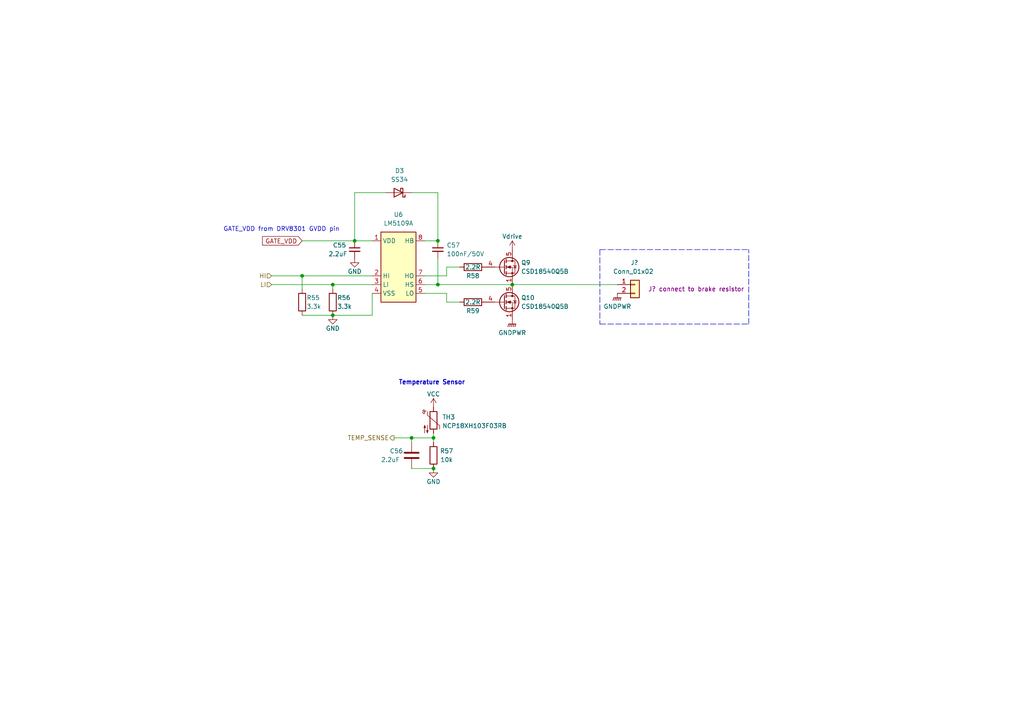
<source format=kicad_sch>
(kicad_sch (version 20211123) (generator eeschema)
  (paper "A4")
  (lib_symbols
    (symbol "Connector_Generic:Conn_01x02" (pin_names (offset 1.016) hide)
      (property "Reference" "J" (at 0 2.54 0))
      (property "Value" "Conn_01x02" (at 0 -5.08 0))
      (symbol "Conn_01x02_1_1"
        (rectangle (start -1.27 -2.413) (end 0 -2.667) (stroke (width 0.1524)))
        (rectangle (start -1.27 0.127) (end 0 -0.127) (stroke (width 0.1524)))
        (rectangle (start -1.27 1.27) (end 1.27 -3.81) (stroke (width 0.254)) (fill (type background)))
        (pin passive line (at -5.08 0 0) (length 3.81) (name "Pin_1") (number "1"))
        (pin passive line (at -5.08 -2.54 0) (length 3.81) (name "Pin_2") (number "2"))
      )
    )
    (symbol "Device:C" (pin_numbers hide) (pin_names (offset 0.254))
      (property "Reference" "C" (at 0.635 2.54 0))
      (property "Value" "C" (at 0.635 -2.54 0))
      (symbol "C_0_1"
        (polyline (pts (xy -2.032 -0.762) (xy 2.032 -0.762)) (stroke (width 0.508)))
        (polyline (pts (xy -2.032 0.762) (xy 2.032 0.762)) (stroke (width 0.508)))
      )
      (symbol "C_1_1"
        (pin passive line (at 0 3.81 270) (length 2.794) (name "~") (number "1"))
        (pin passive line (at 0 -3.81 90) (length 2.794) (name "~") (number "2"))
      )
    )
    (symbol "Device:C_Small" (pin_numbers hide) (pin_names (offset 0.254) hide)
      (property "Reference" "C" (at 0.254 1.778 0))
      (property "Value" "C_Small" (at 0.254 -2.032 0))
      (symbol "C_Small_0_1"
        (polyline (pts (xy -1.524 -0.508) (xy 1.524 -0.508)) (stroke (width 0.3302)))
        (polyline (pts (xy -1.524 0.508) (xy 1.524 0.508)) (stroke (width 0.3048)))
      )
      (symbol "C_Small_1_1"
        (pin passive line (at 0 2.54 270) (length 2.032) (name "~") (number "1"))
        (pin passive line (at 0 -2.54 90) (length 2.032) (name "~") (number "2"))
      )
    )
    (symbol "Device:R" (pin_numbers hide) (pin_names (offset 0))
      (property "Reference" "R" (at 2.032 0 90))
      (property "Value" "R" (at 0 0 90))
      (symbol "R_0_1"
        (rectangle (start -1.016 -2.54) (end 1.016 2.54) (stroke (width 0.254)))
      )
      (symbol "R_1_1"
        (pin passive line (at 0 3.81 270) (length 1.27) (name "~") (number "1"))
        (pin passive line (at 0 -3.81 90) (length 1.27) (name "~") (number "2"))
      )
    )
    (symbol "Device:Thermistor_NTC" (pin_numbers hide) (pin_names (offset 0))
      (property "Reference" "TH" (at -4.445 0 90))
      (property "Value" "Thermistor_NTC" (at 3.175 0 90))
      (symbol "Thermistor_NTC_0_1"
        (arc (start -3.048 2.159) (mid -3.0495 2.3143) (end -3.175 2.413))
        (arc (start -3.048 2.159) (mid -2.9736 1.9794) (end -2.794 1.905))
        (arc (start -3.048 2.794) (mid -2.9736 2.6144) (end -2.794 2.54))
        (arc (start -2.794 1.905) (mid -2.6144 1.9794) (end -2.54 2.159))
        (arc (start -2.794 2.54) (mid -2.4393 2.5587) (end -2.159 2.794))
        (arc (start -2.794 3.048) (mid -2.9736 2.9736) (end -3.048 2.794))
        (arc (start -2.54 2.794) (mid -2.6144 2.9736) (end -2.794 3.048))
        (rectangle (start -1.016 2.54) (end 1.016 -2.54) (stroke (width 0.254)))
        (polyline (pts (xy -2.54 2.159) (xy -2.54 2.794)))
        (polyline (pts (xy -1.778 2.54) (xy -1.778 1.524) (xy 1.778 -1.524) (xy 1.778 -2.54)))
        (polyline (pts (xy -2.54 -3.683) (xy -2.54 -1.397) (xy -2.794 -2.159) (xy -2.286 -2.159) (xy -2.54 -1.397) (xy -2.54 -1.651)) (fill (type outline)))
        (polyline (pts (xy -1.778 -1.397) (xy -1.778 -3.683) (xy -2.032 -2.921) (xy -1.524 -2.921) (xy -1.778 -3.683) (xy -1.778 -3.429)) (fill (type outline)))
      )
      (symbol "Thermistor_NTC_1_1"
        (pin passive line (at 0 3.81 270) (length 1.27) (name "~") (number "1"))
        (pin passive line (at 0 -3.81 90) (length 1.27) (name "~") (number "2"))
      )
    )
    (symbol "Diode:MBR340" (pin_numbers hide) (pin_names (offset 1.016) hide)
      (property "Reference" "D" (at 0 2.54 0))
      (property "Value" "MBR340" (at 0 -2.54 0))
      (symbol "MBR340_0_1"
        (polyline (pts (xy 1.27 0) (xy -1.27 0)))
        (polyline (pts (xy 1.27 1.27) (xy 1.27 -1.27) (xy -1.27 0) (xy 1.27 1.27)) (stroke (width 0.254)))
        (polyline (pts (xy -1.905 0.635) (xy -1.905 1.27) (xy -1.27 1.27) (xy -1.27 -1.27) (xy -0.635 -1.27) (xy -0.635 -0.635)) (stroke (width 0.254)))
      )
      (symbol "MBR340_1_1"
        (pin passive line (at -3.81 0 0) (length 2.54) (name "K") (number "1"))
        (pin passive line (at 3.81 0 180) (length 2.54) (name "A") (number "2"))
      )
    )
    (symbol "Driver_FET:LM5109MA"
      (property "Reference" "U" (at 0 13.97 0))
      (property "Value" "LM5109MA" (at 0 11.43 0))
      (symbol "LM5109MA_0_1"
        (rectangle (start -5.08 -10.16) (end 5.08 10.16) (stroke (width 0.254)) (fill (type background)))
      )
      (symbol "LM5109MA_1_1"
        (pin power_in line (at -7.62 7.62 0) (length 2.54) (name "VDD") (number "1"))
        (pin input line (at -7.62 -2.54 0) (length 2.54) (name "HI") (number "2"))
        (pin input line (at -7.62 -5.08 0) (length 2.54) (name "LI") (number "3"))
        (pin power_in line (at -7.62 -7.62 0) (length 2.54) (name "VSS") (number "4"))
        (pin output line (at 7.62 -7.62 180) (length 2.54) (name "LO") (number "5"))
        (pin passive line (at 7.62 -5.08 180) (length 2.54) (name "HS") (number "6"))
        (pin output line (at 7.62 -2.54 180) (length 2.54) (name "HO") (number "7"))
        (pin passive line (at 7.62 7.62 180) (length 2.54) (name "HB") (number "8"))
      )
    )
    (symbol "Transistor_FET:CSD18540Q5B" (pin_names hide)
      (property "Reference" "Q" (at 5.08 1.905 0))
      (property "Value" "CSD18540Q5B" (at 5.08 0 0))
      (symbol "CSD18540Q5B_0_1"
        (polyline (pts (xy 0.254 0) (xy -2.54 0)))
        (polyline (pts (xy 0.254 1.905) (xy 0.254 -1.905)) (stroke (width 0.254)))
        (polyline (pts (xy 0.762 -1.27) (xy 0.762 -2.286)) (stroke (width 0.254)))
        (polyline (pts (xy 0.762 0.508) (xy 0.762 -0.508)) (stroke (width 0.254)))
        (polyline (pts (xy 0.762 2.286) (xy 0.762 1.27)) (stroke (width 0.254)))
        (polyline (pts (xy 2.54 2.54) (xy 2.54 1.778)))
        (polyline (pts (xy 2.54 -2.54) (xy 2.54 0) (xy 0.762 0)))
        (polyline (pts (xy 0.762 -1.778) (xy 3.302 -1.778) (xy 3.302 1.778) (xy 0.762 1.778)))
        (polyline (pts (xy 1.016 0) (xy 2.032 0.381) (xy 2.032 -0.381) (xy 1.016 0)) (fill (type outline)))
        (polyline (pts (xy 2.794 0.508) (xy 2.921 0.381) (xy 3.683 0.381) (xy 3.81 0.254)))
        (polyline (pts (xy 3.302 0.381) (xy 2.921 -0.254) (xy 3.683 -0.254) (xy 3.302 0.381)))
        (circle (center 1.651 0) (radius 2.794) (stroke (width 0.254)))
        (circle (center 2.54 -1.778) (radius 0.254) (fill (type outline)))
        (circle (center 2.54 1.778) (radius 0.254) (fill (type outline)))
      )
      (symbol "CSD18540Q5B_1_1"
        (pin passive line (at 2.54 -5.08 90) (length 2.54) (name "S") (number "1"))
        (pin passive line (at 2.54 -5.08 90) (length 2.54) hide (name "S") (number "2"))
        (pin passive line (at 2.54 -5.08 90) (length 2.54) hide (name "S") (number "3"))
        (pin passive line (at -5.08 0 0) (length 2.54) (name "G") (number "4"))
        (pin passive line (at 2.54 5.08 270) (length 2.54) (name "D") (number "5"))
      )
    )
    (symbol "power:GND" (power) (pin_names (offset 0))
      (property "Value" "GND" (at 0 -3.81 0))
      (symbol "GND_0_1"
        (polyline (pts (xy 0 0) (xy 0 -1.27) (xy 1.27 -1.27) (xy 0 -2.54) (xy -1.27 -1.27) (xy 0 -1.27)))
      )
      (symbol "GND_1_1"
        (pin power_in line (at 0 0 270) (length 0) hide (name "GND") (number "1"))
      )
    )
    (symbol "power:GNDPWR" (power) (pin_names (offset 0))
      (property "Value" "GNDPWR" (at 0 -3.302 0))
      (symbol "GNDPWR_0_1"
        (polyline (pts (xy 0 -1.27) (xy 0 0)))
        (polyline (pts (xy -1.016 -1.27) (xy -1.27 -2.032) (xy -1.27 -2.032)) (stroke (width 0.2032)))
        (polyline (pts (xy -0.508 -1.27) (xy -0.762 -2.032) (xy -0.762 -2.032)) (stroke (width 0.2032)))
        (polyline (pts (xy 0 -1.27) (xy -0.254 -2.032) (xy -0.254 -2.032)) (stroke (width 0.2032)))
        (polyline (pts (xy 0.508 -1.27) (xy 0.254 -2.032) (xy 0.254 -2.032)) (stroke (width 0.2032)))
        (polyline (pts (xy 1.016 -1.27) (xy -1.016 -1.27) (xy -1.016 -1.27)) (stroke (width 0.2032)))
        (polyline (pts (xy 1.016 -1.27) (xy 0.762 -2.032) (xy 0.762 -2.032) (xy 0.762 -2.032)) (stroke (width 0.2032)))
      )
      (symbol "GNDPWR_1_1"
        (pin power_in line (at 0 0 270) (length 0) hide (name "GNDPWR") (number "1"))
      )
    )
    (symbol "power:VCC" (power) (pin_names (offset 0))
      (property "Value" "VCC" (at 0 3.81 0))
      (symbol "VCC_0_1"
        (polyline (pts (xy -0.762 1.27) (xy 0 2.54)))
        (polyline (pts (xy 0 0) (xy 0 2.54)))
        (polyline (pts (xy 0 2.54) (xy 0.762 1.27)))
      )
      (symbol "VCC_1_1"
        (pin power_in line (at 0 0 90) (length 0) hide (name "VCC") (number "1"))
      )
    )
    (symbol "power:Vdrive" (power) (pin_names (offset 0))
      (property "Value" "Vdrive" (at 0 3.81 0))
      (symbol "Vdrive_0_1"
        (polyline (pts (xy -0.762 1.27) (xy 0 2.54)))
        (polyline (pts (xy 0 0) (xy 0 2.54)))
        (polyline (pts (xy 0 2.54) (xy 0.762 1.27)))
      )
      (symbol "Vdrive_1_1"
        (pin power_in line (at 0 0 90) (length 0) hide (name "Vdrive") (number "1"))
      )
    )
  )
  (junction (at 127 69.85))
  (junction (at 119.38 127))
  (junction (at 96.52 91.44))
  (junction (at 87.63 80.01))
  (junction (at 96.52 82.55))
  (junction (at 125.73 135.89))
  (junction (at 102.87 69.85))
  (junction (at 148.59 82.55))
  (junction (at 125.73 127))
  (junction (at 127 82.55))
  (polyline (pts (xy 217.17 93.98) (xy 217.17 72.39)))
  (wire (pts (xy 78.74 82.55) (xy 96.52 82.55)))
  (wire (pts (xy 111.76 55.88) (xy 102.87 55.88)))
  (wire (pts (xy 78.74 80.01) (xy 87.63 80.01)))
  (wire (pts (xy 119.38 127) (xy 125.73 127)))
  (wire (pts (xy 148.59 82.55) (xy 179.07 82.55)))
  (wire (pts (xy 119.38 55.88) (xy 127 55.88)))
  (wire (pts (xy 119.38 127) (xy 119.38 128.27)))
  (wire (pts (xy 123.19 85.09) (xy 129.54 85.09)))
  (wire (pts (xy 127 82.55) (xy 127 74.93)))
  (wire (pts (xy 127 82.55) (xy 148.59 82.55)))
  (wire (pts (xy 96.52 91.44) (xy 87.63 91.44)))
  (wire (pts (xy 96.52 82.55) (xy 96.52 83.82)))
  (wire (pts (xy 123.19 80.01) (xy 129.54 80.01)))
  (wire (pts (xy 119.38 135.89) (xy 125.73 135.89)))
  (polyline (pts (xy 173.99 72.39) (xy 173.99 93.98)))
  (wire (pts (xy 129.54 77.47) (xy 133.35 77.47)))
  (wire (pts (xy 129.54 87.63) (xy 133.35 87.63)))
  (wire (pts (xy 129.54 85.09) (xy 129.54 87.63)))
  (wire (pts (xy 129.54 80.01) (xy 129.54 77.47)))
  (wire (pts (xy 127 69.85) (xy 123.19 69.85)))
  (wire (pts (xy 114.3 127) (xy 119.38 127)))
  (wire (pts (xy 125.73 127) (xy 125.73 128.27)))
  (wire (pts (xy 102.87 55.88) (xy 102.87 69.85)))
  (wire (pts (xy 123.19 82.55) (xy 127 82.55)))
  (wire (pts (xy 87.63 69.85) (xy 102.87 69.85)))
  (wire (pts (xy 87.63 80.01) (xy 87.63 83.82)))
  (wire (pts (xy 87.63 80.01) (xy 107.95 80.01)))
  (polyline (pts (xy 173.99 93.98) (xy 217.17 93.98)))
  (wire (pts (xy 107.95 85.09) (xy 107.95 91.44)))
  (wire (pts (xy 96.52 82.55) (xy 107.95 82.55)))
  (wire (pts (xy 125.73 127) (xy 125.73 125.73)))
  (wire (pts (xy 127 55.88) (xy 127 69.85)))
  (wire (pts (xy 96.52 91.44) (xy 107.95 91.44)))
  (wire (pts (xy 102.87 69.85) (xy 107.95 69.85)))
  (polyline (pts (xy 173.99 72.39) (xy 217.17 72.39)))
  (text "Temperature Sensor" (at 115.57 111.76 0) (effects (font (size 1.27 1.27) (thickness 0.254) bold) (justify left bottom)))
  (text "GATE_VDD from DRV8301 GVDD pin" (at 64.77 67.31 0) (effects (font (size 1.27 1.27)) (justify left bottom)))
  (global_label "GATE_VDD" (shape input) (at 87.63 69.85 180) (property "Intersheet References" "${INTERSHEET_REFS}" (effects hide)))
  (hierarchical_label "TEMP_SENSE" (shape output) (at 114.3 127 180))
  (hierarchical_label "LI" (shape input) (at 78.74 82.55 180))
  (hierarchical_label "HI" (shape input) (at 78.74 80.01 180))
  (symbol (lib_id "Transistor_FET:CSD18540Q5B") (at 146.05 77.47 0) (unit 1)
    (property "Reference" "Q9" (at 151.13 76.2 0) (effects (justify left)))
    (property "Value" "CSD18540Q5B" (at 151.13 78.74 0) (effects (justify left)))
    (property "Footprint" "Package_TO_SOT_SMD:TDSON-8-1" (effects hide))
    (property "Datasheet" "http://www.ti.com/lit/gpn/csd18540q5b" (effects hide))
    (property "JLCPCB Part #" "C86513" (effects hide))
    (property "MFR.Part #" "CSD18540Q5B" (effects hide))
  )
  (symbol (lib_id "power:GND") (at 102.87 74.93 0) (unit 1)
    (property "Reference" "#PWR0107" (effects hide))
    (property "Value" "GND" (at 102.87 78.74 0))
  )
  (symbol (lib_id "Device:C_Small") (at 102.87 72.39 0) (unit 1)
    (property "Reference" "C55" (at 96.52 71.12 0) (effects (justify left)))
    (property "Value" "2.2uF" (at 95.25 73.66 0) (effects (justify left)))
    (property "Footprint" "Capacitor_SMD:C_0402_1005Metric" (effects hide))
    (property "JLCPCB Part #" "C501836" (effects hide))
    (property "MFR.Part #" "0402X225K160NT" (effects hide))
  )
  (symbol (lib_id "Device:R") (at 137.16 87.63 270) (unit 1)
    (property "Reference" "R59" (at 137.16 90.17 90))
    (property "Value" "2.2R" (at 137.16 87.63 90))
    (property "Footprint" "Resistor_SMD:R_0603_1608Metric" (effects hide))
    (property "JLCPCB Part #" "C25226" (effects hide))
    (property "MFR.Part #" "0603WAJ022JT5E" (effects hide))
  )
  (symbol (lib_id "Device:C") (at 119.38 132.08 0) (unit 1)
    (property "Reference" "C56" (at 113.03 130.81 0) (effects (justify left)))
    (property "Value" "2.2uF" (at 110.49 133.35 0) (effects (justify left)))
    (property "Footprint" "Capacitor_SMD:C_0402_1005Metric" (effects hide))
    (property "JLCPCB Part #" "C501836" (effects hide))
    (property "MFR.Part #" "0402X225K160NT" (effects hide))
  )
  (symbol (lib_id "Device:R") (at 96.52 87.63 0) (unit 1)
    (property "Reference" "R56" (at 97.79 86.36 0) (effects (justify left)))
    (property "Value" "3.3k" (at 97.79 88.9 0) (effects (justify left)))
    (property "Footprint" "Resistor_SMD:R_0402_1005Metric" (effects hide))
    (property "JLCPCB Part #" "C25890" (effects hide))
    (property "MFR.Part #" "0402WGF3301TCE" (effects hide))
  )
  (symbol (lib_id "power:GNDPWR") (at 148.59 92.71 0) (unit 1)
    (property "Reference" "#PWR0111" (effects hide))
    (property "Value" "GNDPWR" (at 148.59 96.52 0))
  )
  (symbol (lib_id "power:VCC") (at 125.73 118.11 0) (unit 1)
    (property "Reference" "#PWR0108" (effects hide))
    (property "Value" "VCC" (at 125.73 114.3 0))
  )
  (symbol (lib_id "Transistor_FET:CSD18540Q5B") (at 146.05 87.63 0) (unit 1)
    (property "Reference" "Q10" (at 151.13 86.36 0) (effects (justify left)))
    (property "Value" "CSD18540Q5B" (at 151.13 88.9 0) (effects (justify left)))
    (property "Footprint" "Package_TO_SOT_SMD:TDSON-8-1" (effects hide))
    (property "Datasheet" "http://www.ti.com/lit/gpn/csd18540q5b" (effects hide))
    (property "JLCPCB Part #" "C86513" (effects hide))
    (property "MFR.Part #" "CSD18540Q5B" (effects hide))
  )
  (symbol (lib_id "Driver_FET:LM5109MA") (at 115.57 77.47 0) (unit 1)
    (property "Reference" "U6" (at 115.57 62.23 0))
    (property "Value" "LM5109A" (at 115.57 64.77 0))
    (property "Footprint" "Package_SO:SOIC-8_3.9x4.9mm_P1.27mm" (effects hide))
    (property "Datasheet" "http://www.ti.com/lit/ds/symlink/lm5109.pdf" (effects hide))
    (property "JLCPCB Part #" "C129332" (effects hide))
    (property "MFR.Part #" "LM5109AMAX/NOPB" (effects hide))
  )
  (symbol (lib_id "Connector_Generic:Conn_01x02") (at 184.15 82.55 0) (unit 1)
    (property "Reference" "J?" (at 182.88 76.2 0) (effects (justify left)))
    (property "Value" "Conn_01x02" (at 177.8 78.74 0) (effects (justify left)))
    (property "Footprint" "Connector_Phoenix_GMSTB:PhoenixContact_GMSTBA_2,5_2-G-7,62_1x02_P7.62mm_Horizontal" (effects hide))
    (property "Note" "${REFERENCE} connect to brake resistor" (at 201.93 83.82 0))
  )
  (symbol (lib_id "Device:C_Small") (at 127 72.39 0) (unit 1)
    (property "Reference" "C57" (at 129.54 71.1262 0) (effects (justify left)))
    (property "Value" "100nF/50V" (at 129.54 73.66 0) (effects (justify left)))
    (property "Footprint" "Capacitor_SMD:C_0603_1608Metric" (effects hide))
    (property "JLCPCB Part #" "C14663" (effects hide))
    (property "MFR.Part #" "CC0603KRX7R9BB104" (effects hide))
  )
  (symbol (lib_id "Device:R") (at 137.16 77.47 270) (unit 1)
    (property "Reference" "R58" (at 137.16 80.01 90))
    (property "Value" "2.2R" (at 137.16 77.47 90))
    (property "Footprint" "Resistor_SMD:R_0603_1608Metric" (effects hide))
    (property "JLCPCB Part #" "C25226" (effects hide))
    (property "MFR.Part #" "0603WAJ022JT5E" (effects hide))
  )
  (symbol (lib_id "power:GND") (at 96.52 91.44 0) (unit 1)
    (property "Reference" "#PWR0106" (effects hide))
    (property "Value" "GND" (at 96.52 95.25 0))
  )
  (symbol (lib_id "power:Vdrive") (at 148.59 72.39 0) (unit 1)
    (property "Reference" "#PWR0110" (effects hide))
    (property "Value" "Vdrive" (at 148.59 68.58 0))
  )
  (symbol (lib_id "Diode:MBR340") (at 115.57 55.88 180) (unit 1)
    (property "Reference" "D3" (at 115.8875 49.53 0))
    (property "Value" "SS34" (at 115.8875 52.07 0))
    (property "Footprint" "Diode_SMD:D_SMA" (effects hide))
    (property "JLCPCB Part #" "C8678" (effects hide))
    (property "MFR.Part #" "SS34" (effects hide))
  )
  (symbol (lib_id "Device:Thermistor_NTC") (at 125.73 121.92 0) (unit 1)
    (property "Reference" "TH3" (at 128.27 120.9674 0) (effects (justify left)))
    (property "Value" "NCP18XH103F03RB" (at 128.27 123.5074 0) (effects (justify left)))
    (property "Footprint" "Resistor_SMD:R_0603_1608Metric" (effects hide))
    (property "JLCPCB Part #" "C13564" (effects hide))
    (property "MFR.Part #" "NCP18XH103F03RB" (effects hide))
  )
  (symbol (lib_id "power:GNDPWR") (at 179.07 85.09 0) (unit 1)
    (property "Reference" "#PWR0112" (effects hide))
    (property "Value" "GNDPWR" (at 179.07 88.9 0))
  )
  (symbol (lib_id "Device:R") (at 87.63 87.63 0) (unit 1)
    (property "Reference" "R55" (at 88.9 86.36 0) (effects (justify left)))
    (property "Value" "3.3k" (at 88.9 88.9 0) (effects (justify left)))
    (property "Footprint" "Resistor_SMD:R_0402_1005Metric" (effects hide))
    (property "JLCPCB Part #" "C25890" (effects hide))
    (property "MFR.Part #" "0402WGF3301TCE" (effects hide))
  )
  (symbol (lib_id "Device:R") (at 125.73 132.08 180) (unit 1)
    (property "Reference" "R57" (at 129.54 130.81 0))
    (property "Value" "10k" (at 129.54 133.35 0))
    (property "Footprint" "Resistor_SMD:R_0402_1005Metric" (effects hide))
    (property "JLCPCB Part #" "C25744" (effects hide))
    (property "MFR.Part #" "0402WGF1002TCE" (effects hide))
  )
  (symbol (lib_id "power:GND") (at 125.73 135.89 0) (unit 1)
    (property "Reference" "#PWR0109" (effects hide))
    (property "Value" "GND" (at 125.73 139.7 0))
  )
)
</source>
